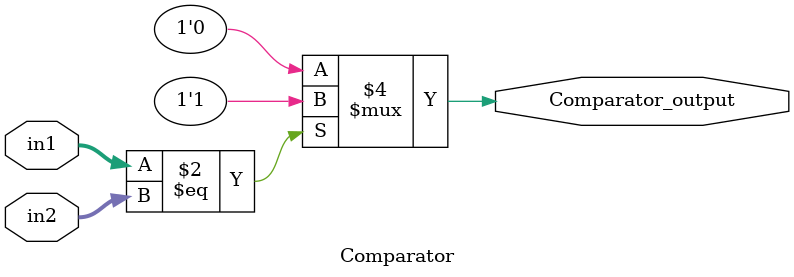
<source format=v>
module Comparator #(parameter n=16) (
output reg   Comparator_output ,
input  wire	 [n-1:0] in1, 
input  wire  [n-1:0] in2
);

always@(*)
begin
Comparator_output=0;
if(in1 == in2 )
begin
Comparator_output=1; 
end
else ;
end

endmodule
</source>
